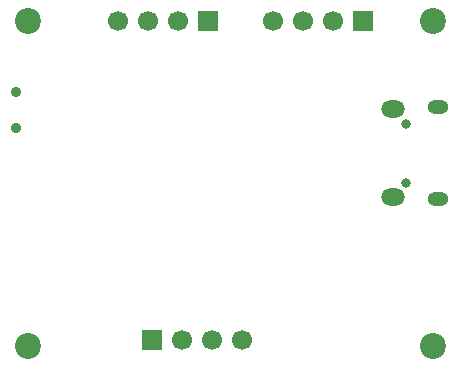
<source format=gbr>
%TF.GenerationSoftware,KiCad,Pcbnew,9.0.7*%
%TF.CreationDate,2026-02-01T18:49:21+05:30*%
%TF.ProjectId,stm32_Phils_lab,73746d33-325f-4506-9869-6c735f6c6162,rev?*%
%TF.SameCoordinates,Original*%
%TF.FileFunction,Soldermask,Bot*%
%TF.FilePolarity,Negative*%
%FSLAX46Y46*%
G04 Gerber Fmt 4.6, Leading zero omitted, Abs format (unit mm)*
G04 Created by KiCad (PCBNEW 9.0.7) date 2026-02-01 18:49:21*
%MOMM*%
%LPD*%
G01*
G04 APERTURE LIST*
%ADD10C,0.900000*%
%ADD11C,2.200000*%
%ADD12R,1.700000X1.700000*%
%ADD13C,1.700000*%
%ADD14O,0.800000X0.800000*%
%ADD15O,1.800000X1.150000*%
%ADD16O,2.000000X1.450000*%
G04 APERTURE END LIST*
D10*
%TO.C,SW1*%
X79990000Y-84250000D03*
X79990000Y-81250000D03*
%TD*%
D11*
%TO.C,H1*%
X81000000Y-102750000D03*
%TD*%
%TO.C,H4*%
X81000000Y-75250000D03*
%TD*%
%TO.C,H3*%
X115250000Y-75250000D03*
%TD*%
%TO.C,H2*%
X115250000Y-102750000D03*
%TD*%
D12*
%TO.C,J4*%
X91440000Y-102250000D03*
D13*
X93980000Y-102250000D03*
X96520000Y-102250000D03*
X99060000Y-102250000D03*
%TD*%
D12*
%TO.C,J3*%
X109330000Y-75250000D03*
D13*
X106790000Y-75250000D03*
X104250000Y-75250000D03*
X101710000Y-75250000D03*
%TD*%
D12*
%TO.C,J2*%
X96250000Y-75250000D03*
D13*
X93710000Y-75250000D03*
X91170000Y-75250000D03*
X88630000Y-75250000D03*
%TD*%
D14*
%TO.C,J1*%
X112950000Y-88900000D03*
X112950000Y-83900000D03*
D15*
X115700000Y-90275000D03*
D16*
X111900000Y-90125000D03*
X111900000Y-82675000D03*
D15*
X115700000Y-82525000D03*
%TD*%
M02*

</source>
